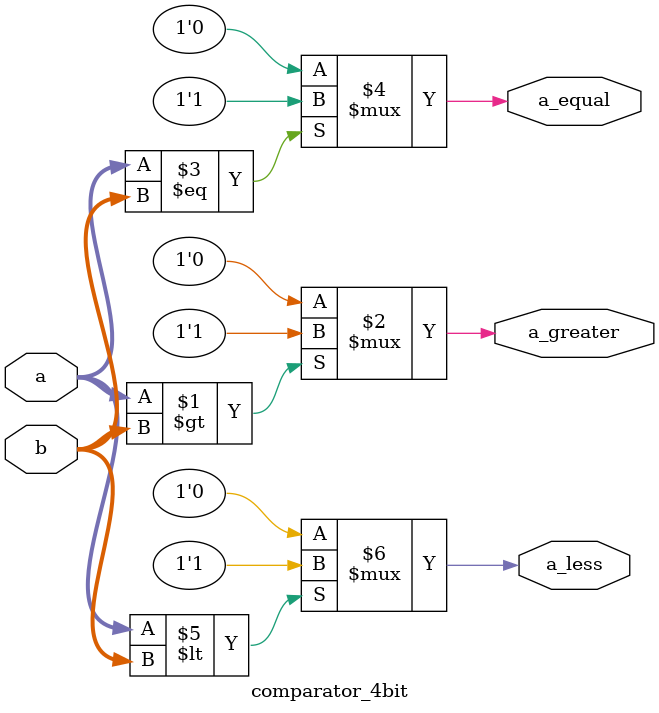
<source format=v>
module comparator_4bit (
    input  wire [3:0] a,
    input  wire [3:0] b,
    output wire a_greater,
    output wire a_equal,
    output wire a_less
);

    assign a_greater = (a>b) ? 1'b1 : 1'b0;
    assign a_equal   = (a==b) ? 1'b1 : 1'b0;
    assign a_less    = (a<b) ? 1'b1 : 1'b0;

endmodule
</source>
